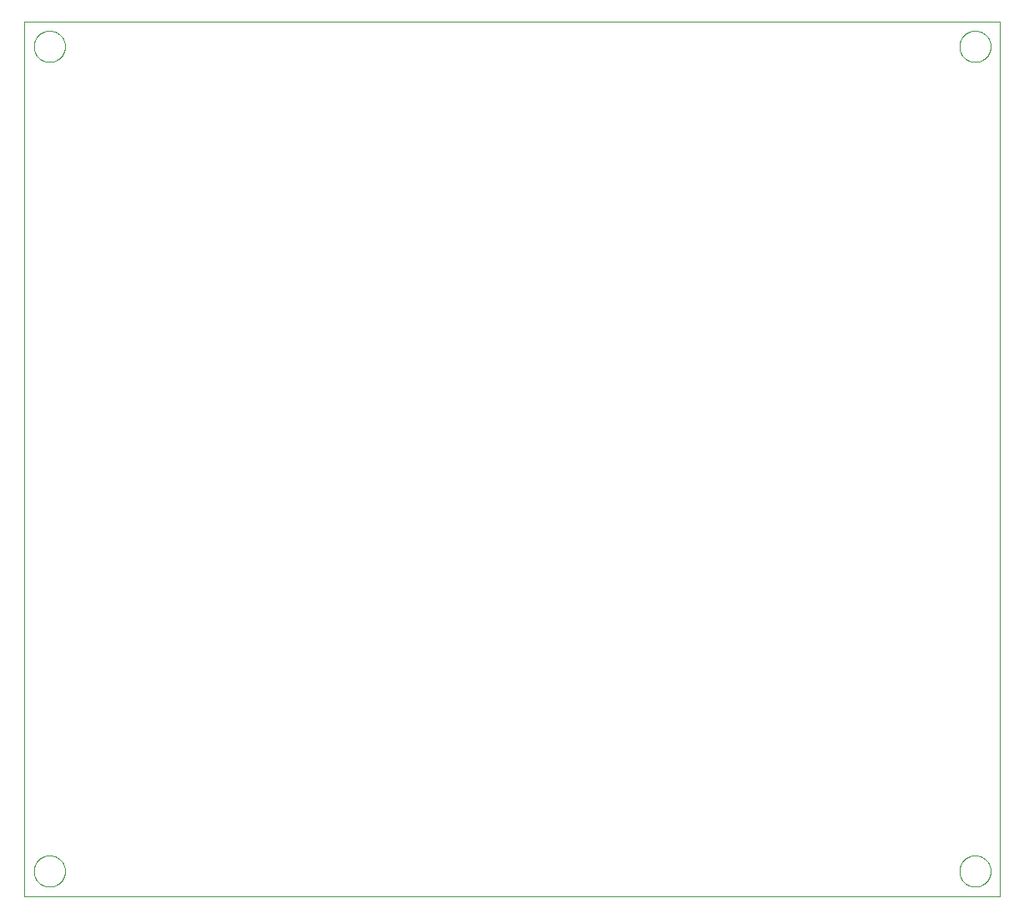
<source format=gko>
G75*
%MOIN*%
%OFA0B0*%
%FSLAX25Y25*%
%IPPOS*%
%LPD*%
%AMOC8*
5,1,8,0,0,1.08239X$1,22.5*
%
%ADD10C,0.00000*%
D10*
X0016300Y0011300D02*
X0016300Y0361300D01*
X0406300Y0361300D01*
X0406300Y0011300D01*
X0016300Y0011300D01*
X0020050Y0021300D02*
X0020052Y0021458D01*
X0020058Y0021615D01*
X0020068Y0021773D01*
X0020082Y0021930D01*
X0020100Y0022086D01*
X0020121Y0022243D01*
X0020147Y0022398D01*
X0020177Y0022553D01*
X0020210Y0022707D01*
X0020248Y0022860D01*
X0020289Y0023013D01*
X0020334Y0023164D01*
X0020383Y0023314D01*
X0020436Y0023462D01*
X0020492Y0023610D01*
X0020553Y0023755D01*
X0020616Y0023900D01*
X0020684Y0024042D01*
X0020755Y0024183D01*
X0020829Y0024322D01*
X0020907Y0024459D01*
X0020989Y0024594D01*
X0021073Y0024727D01*
X0021162Y0024858D01*
X0021253Y0024986D01*
X0021348Y0025113D01*
X0021445Y0025236D01*
X0021546Y0025358D01*
X0021650Y0025476D01*
X0021757Y0025592D01*
X0021867Y0025705D01*
X0021979Y0025816D01*
X0022095Y0025923D01*
X0022213Y0026028D01*
X0022333Y0026130D01*
X0022456Y0026228D01*
X0022582Y0026324D01*
X0022710Y0026416D01*
X0022840Y0026505D01*
X0022972Y0026591D01*
X0023107Y0026673D01*
X0023244Y0026752D01*
X0023382Y0026827D01*
X0023522Y0026899D01*
X0023665Y0026967D01*
X0023808Y0027032D01*
X0023954Y0027093D01*
X0024101Y0027150D01*
X0024249Y0027204D01*
X0024399Y0027254D01*
X0024549Y0027300D01*
X0024701Y0027342D01*
X0024854Y0027381D01*
X0025008Y0027415D01*
X0025163Y0027446D01*
X0025318Y0027472D01*
X0025474Y0027495D01*
X0025631Y0027514D01*
X0025788Y0027529D01*
X0025945Y0027540D01*
X0026103Y0027547D01*
X0026261Y0027550D01*
X0026418Y0027549D01*
X0026576Y0027544D01*
X0026733Y0027535D01*
X0026891Y0027522D01*
X0027047Y0027505D01*
X0027204Y0027484D01*
X0027359Y0027460D01*
X0027514Y0027431D01*
X0027669Y0027398D01*
X0027822Y0027362D01*
X0027975Y0027321D01*
X0028126Y0027277D01*
X0028276Y0027229D01*
X0028425Y0027178D01*
X0028573Y0027122D01*
X0028719Y0027063D01*
X0028864Y0027000D01*
X0029007Y0026933D01*
X0029148Y0026863D01*
X0029287Y0026790D01*
X0029425Y0026713D01*
X0029561Y0026632D01*
X0029694Y0026548D01*
X0029825Y0026461D01*
X0029954Y0026370D01*
X0030081Y0026276D01*
X0030206Y0026179D01*
X0030327Y0026079D01*
X0030447Y0025976D01*
X0030563Y0025870D01*
X0030677Y0025761D01*
X0030789Y0025649D01*
X0030897Y0025535D01*
X0031002Y0025417D01*
X0031105Y0025297D01*
X0031204Y0025175D01*
X0031300Y0025050D01*
X0031393Y0024922D01*
X0031483Y0024793D01*
X0031569Y0024661D01*
X0031653Y0024527D01*
X0031732Y0024391D01*
X0031809Y0024253D01*
X0031881Y0024113D01*
X0031950Y0023971D01*
X0032016Y0023828D01*
X0032078Y0023683D01*
X0032136Y0023536D01*
X0032191Y0023388D01*
X0032242Y0023239D01*
X0032289Y0023088D01*
X0032332Y0022937D01*
X0032371Y0022784D01*
X0032407Y0022630D01*
X0032438Y0022476D01*
X0032466Y0022321D01*
X0032490Y0022165D01*
X0032510Y0022008D01*
X0032526Y0021851D01*
X0032538Y0021694D01*
X0032546Y0021537D01*
X0032550Y0021379D01*
X0032550Y0021221D01*
X0032546Y0021063D01*
X0032538Y0020906D01*
X0032526Y0020749D01*
X0032510Y0020592D01*
X0032490Y0020435D01*
X0032466Y0020279D01*
X0032438Y0020124D01*
X0032407Y0019970D01*
X0032371Y0019816D01*
X0032332Y0019663D01*
X0032289Y0019512D01*
X0032242Y0019361D01*
X0032191Y0019212D01*
X0032136Y0019064D01*
X0032078Y0018917D01*
X0032016Y0018772D01*
X0031950Y0018629D01*
X0031881Y0018487D01*
X0031809Y0018347D01*
X0031732Y0018209D01*
X0031653Y0018073D01*
X0031569Y0017939D01*
X0031483Y0017807D01*
X0031393Y0017678D01*
X0031300Y0017550D01*
X0031204Y0017425D01*
X0031105Y0017303D01*
X0031002Y0017183D01*
X0030897Y0017065D01*
X0030789Y0016951D01*
X0030677Y0016839D01*
X0030563Y0016730D01*
X0030447Y0016624D01*
X0030327Y0016521D01*
X0030206Y0016421D01*
X0030081Y0016324D01*
X0029954Y0016230D01*
X0029825Y0016139D01*
X0029694Y0016052D01*
X0029561Y0015968D01*
X0029425Y0015887D01*
X0029287Y0015810D01*
X0029148Y0015737D01*
X0029007Y0015667D01*
X0028864Y0015600D01*
X0028719Y0015537D01*
X0028573Y0015478D01*
X0028425Y0015422D01*
X0028276Y0015371D01*
X0028126Y0015323D01*
X0027975Y0015279D01*
X0027822Y0015238D01*
X0027669Y0015202D01*
X0027514Y0015169D01*
X0027359Y0015140D01*
X0027204Y0015116D01*
X0027047Y0015095D01*
X0026891Y0015078D01*
X0026733Y0015065D01*
X0026576Y0015056D01*
X0026418Y0015051D01*
X0026261Y0015050D01*
X0026103Y0015053D01*
X0025945Y0015060D01*
X0025788Y0015071D01*
X0025631Y0015086D01*
X0025474Y0015105D01*
X0025318Y0015128D01*
X0025163Y0015154D01*
X0025008Y0015185D01*
X0024854Y0015219D01*
X0024701Y0015258D01*
X0024549Y0015300D01*
X0024399Y0015346D01*
X0024249Y0015396D01*
X0024101Y0015450D01*
X0023954Y0015507D01*
X0023808Y0015568D01*
X0023665Y0015633D01*
X0023522Y0015701D01*
X0023382Y0015773D01*
X0023244Y0015848D01*
X0023107Y0015927D01*
X0022972Y0016009D01*
X0022840Y0016095D01*
X0022710Y0016184D01*
X0022582Y0016276D01*
X0022456Y0016372D01*
X0022333Y0016470D01*
X0022213Y0016572D01*
X0022095Y0016677D01*
X0021979Y0016784D01*
X0021867Y0016895D01*
X0021757Y0017008D01*
X0021650Y0017124D01*
X0021546Y0017242D01*
X0021445Y0017364D01*
X0021348Y0017487D01*
X0021253Y0017614D01*
X0021162Y0017742D01*
X0021073Y0017873D01*
X0020989Y0018006D01*
X0020907Y0018141D01*
X0020829Y0018278D01*
X0020755Y0018417D01*
X0020684Y0018558D01*
X0020616Y0018700D01*
X0020553Y0018845D01*
X0020492Y0018990D01*
X0020436Y0019138D01*
X0020383Y0019286D01*
X0020334Y0019436D01*
X0020289Y0019587D01*
X0020248Y0019740D01*
X0020210Y0019893D01*
X0020177Y0020047D01*
X0020147Y0020202D01*
X0020121Y0020357D01*
X0020100Y0020514D01*
X0020082Y0020670D01*
X0020068Y0020827D01*
X0020058Y0020985D01*
X0020052Y0021142D01*
X0020050Y0021300D01*
X0020050Y0351300D02*
X0020052Y0351458D01*
X0020058Y0351615D01*
X0020068Y0351773D01*
X0020082Y0351930D01*
X0020100Y0352086D01*
X0020121Y0352243D01*
X0020147Y0352398D01*
X0020177Y0352553D01*
X0020210Y0352707D01*
X0020248Y0352860D01*
X0020289Y0353013D01*
X0020334Y0353164D01*
X0020383Y0353314D01*
X0020436Y0353462D01*
X0020492Y0353610D01*
X0020553Y0353755D01*
X0020616Y0353900D01*
X0020684Y0354042D01*
X0020755Y0354183D01*
X0020829Y0354322D01*
X0020907Y0354459D01*
X0020989Y0354594D01*
X0021073Y0354727D01*
X0021162Y0354858D01*
X0021253Y0354986D01*
X0021348Y0355113D01*
X0021445Y0355236D01*
X0021546Y0355358D01*
X0021650Y0355476D01*
X0021757Y0355592D01*
X0021867Y0355705D01*
X0021979Y0355816D01*
X0022095Y0355923D01*
X0022213Y0356028D01*
X0022333Y0356130D01*
X0022456Y0356228D01*
X0022582Y0356324D01*
X0022710Y0356416D01*
X0022840Y0356505D01*
X0022972Y0356591D01*
X0023107Y0356673D01*
X0023244Y0356752D01*
X0023382Y0356827D01*
X0023522Y0356899D01*
X0023665Y0356967D01*
X0023808Y0357032D01*
X0023954Y0357093D01*
X0024101Y0357150D01*
X0024249Y0357204D01*
X0024399Y0357254D01*
X0024549Y0357300D01*
X0024701Y0357342D01*
X0024854Y0357381D01*
X0025008Y0357415D01*
X0025163Y0357446D01*
X0025318Y0357472D01*
X0025474Y0357495D01*
X0025631Y0357514D01*
X0025788Y0357529D01*
X0025945Y0357540D01*
X0026103Y0357547D01*
X0026261Y0357550D01*
X0026418Y0357549D01*
X0026576Y0357544D01*
X0026733Y0357535D01*
X0026891Y0357522D01*
X0027047Y0357505D01*
X0027204Y0357484D01*
X0027359Y0357460D01*
X0027514Y0357431D01*
X0027669Y0357398D01*
X0027822Y0357362D01*
X0027975Y0357321D01*
X0028126Y0357277D01*
X0028276Y0357229D01*
X0028425Y0357178D01*
X0028573Y0357122D01*
X0028719Y0357063D01*
X0028864Y0357000D01*
X0029007Y0356933D01*
X0029148Y0356863D01*
X0029287Y0356790D01*
X0029425Y0356713D01*
X0029561Y0356632D01*
X0029694Y0356548D01*
X0029825Y0356461D01*
X0029954Y0356370D01*
X0030081Y0356276D01*
X0030206Y0356179D01*
X0030327Y0356079D01*
X0030447Y0355976D01*
X0030563Y0355870D01*
X0030677Y0355761D01*
X0030789Y0355649D01*
X0030897Y0355535D01*
X0031002Y0355417D01*
X0031105Y0355297D01*
X0031204Y0355175D01*
X0031300Y0355050D01*
X0031393Y0354922D01*
X0031483Y0354793D01*
X0031569Y0354661D01*
X0031653Y0354527D01*
X0031732Y0354391D01*
X0031809Y0354253D01*
X0031881Y0354113D01*
X0031950Y0353971D01*
X0032016Y0353828D01*
X0032078Y0353683D01*
X0032136Y0353536D01*
X0032191Y0353388D01*
X0032242Y0353239D01*
X0032289Y0353088D01*
X0032332Y0352937D01*
X0032371Y0352784D01*
X0032407Y0352630D01*
X0032438Y0352476D01*
X0032466Y0352321D01*
X0032490Y0352165D01*
X0032510Y0352008D01*
X0032526Y0351851D01*
X0032538Y0351694D01*
X0032546Y0351537D01*
X0032550Y0351379D01*
X0032550Y0351221D01*
X0032546Y0351063D01*
X0032538Y0350906D01*
X0032526Y0350749D01*
X0032510Y0350592D01*
X0032490Y0350435D01*
X0032466Y0350279D01*
X0032438Y0350124D01*
X0032407Y0349970D01*
X0032371Y0349816D01*
X0032332Y0349663D01*
X0032289Y0349512D01*
X0032242Y0349361D01*
X0032191Y0349212D01*
X0032136Y0349064D01*
X0032078Y0348917D01*
X0032016Y0348772D01*
X0031950Y0348629D01*
X0031881Y0348487D01*
X0031809Y0348347D01*
X0031732Y0348209D01*
X0031653Y0348073D01*
X0031569Y0347939D01*
X0031483Y0347807D01*
X0031393Y0347678D01*
X0031300Y0347550D01*
X0031204Y0347425D01*
X0031105Y0347303D01*
X0031002Y0347183D01*
X0030897Y0347065D01*
X0030789Y0346951D01*
X0030677Y0346839D01*
X0030563Y0346730D01*
X0030447Y0346624D01*
X0030327Y0346521D01*
X0030206Y0346421D01*
X0030081Y0346324D01*
X0029954Y0346230D01*
X0029825Y0346139D01*
X0029694Y0346052D01*
X0029561Y0345968D01*
X0029425Y0345887D01*
X0029287Y0345810D01*
X0029148Y0345737D01*
X0029007Y0345667D01*
X0028864Y0345600D01*
X0028719Y0345537D01*
X0028573Y0345478D01*
X0028425Y0345422D01*
X0028276Y0345371D01*
X0028126Y0345323D01*
X0027975Y0345279D01*
X0027822Y0345238D01*
X0027669Y0345202D01*
X0027514Y0345169D01*
X0027359Y0345140D01*
X0027204Y0345116D01*
X0027047Y0345095D01*
X0026891Y0345078D01*
X0026733Y0345065D01*
X0026576Y0345056D01*
X0026418Y0345051D01*
X0026261Y0345050D01*
X0026103Y0345053D01*
X0025945Y0345060D01*
X0025788Y0345071D01*
X0025631Y0345086D01*
X0025474Y0345105D01*
X0025318Y0345128D01*
X0025163Y0345154D01*
X0025008Y0345185D01*
X0024854Y0345219D01*
X0024701Y0345258D01*
X0024549Y0345300D01*
X0024399Y0345346D01*
X0024249Y0345396D01*
X0024101Y0345450D01*
X0023954Y0345507D01*
X0023808Y0345568D01*
X0023665Y0345633D01*
X0023522Y0345701D01*
X0023382Y0345773D01*
X0023244Y0345848D01*
X0023107Y0345927D01*
X0022972Y0346009D01*
X0022840Y0346095D01*
X0022710Y0346184D01*
X0022582Y0346276D01*
X0022456Y0346372D01*
X0022333Y0346470D01*
X0022213Y0346572D01*
X0022095Y0346677D01*
X0021979Y0346784D01*
X0021867Y0346895D01*
X0021757Y0347008D01*
X0021650Y0347124D01*
X0021546Y0347242D01*
X0021445Y0347364D01*
X0021348Y0347487D01*
X0021253Y0347614D01*
X0021162Y0347742D01*
X0021073Y0347873D01*
X0020989Y0348006D01*
X0020907Y0348141D01*
X0020829Y0348278D01*
X0020755Y0348417D01*
X0020684Y0348558D01*
X0020616Y0348700D01*
X0020553Y0348845D01*
X0020492Y0348990D01*
X0020436Y0349138D01*
X0020383Y0349286D01*
X0020334Y0349436D01*
X0020289Y0349587D01*
X0020248Y0349740D01*
X0020210Y0349893D01*
X0020177Y0350047D01*
X0020147Y0350202D01*
X0020121Y0350357D01*
X0020100Y0350514D01*
X0020082Y0350670D01*
X0020068Y0350827D01*
X0020058Y0350985D01*
X0020052Y0351142D01*
X0020050Y0351300D01*
X0390050Y0351300D02*
X0390052Y0351458D01*
X0390058Y0351615D01*
X0390068Y0351773D01*
X0390082Y0351930D01*
X0390100Y0352086D01*
X0390121Y0352243D01*
X0390147Y0352398D01*
X0390177Y0352553D01*
X0390210Y0352707D01*
X0390248Y0352860D01*
X0390289Y0353013D01*
X0390334Y0353164D01*
X0390383Y0353314D01*
X0390436Y0353462D01*
X0390492Y0353610D01*
X0390553Y0353755D01*
X0390616Y0353900D01*
X0390684Y0354042D01*
X0390755Y0354183D01*
X0390829Y0354322D01*
X0390907Y0354459D01*
X0390989Y0354594D01*
X0391073Y0354727D01*
X0391162Y0354858D01*
X0391253Y0354986D01*
X0391348Y0355113D01*
X0391445Y0355236D01*
X0391546Y0355358D01*
X0391650Y0355476D01*
X0391757Y0355592D01*
X0391867Y0355705D01*
X0391979Y0355816D01*
X0392095Y0355923D01*
X0392213Y0356028D01*
X0392333Y0356130D01*
X0392456Y0356228D01*
X0392582Y0356324D01*
X0392710Y0356416D01*
X0392840Y0356505D01*
X0392972Y0356591D01*
X0393107Y0356673D01*
X0393244Y0356752D01*
X0393382Y0356827D01*
X0393522Y0356899D01*
X0393665Y0356967D01*
X0393808Y0357032D01*
X0393954Y0357093D01*
X0394101Y0357150D01*
X0394249Y0357204D01*
X0394399Y0357254D01*
X0394549Y0357300D01*
X0394701Y0357342D01*
X0394854Y0357381D01*
X0395008Y0357415D01*
X0395163Y0357446D01*
X0395318Y0357472D01*
X0395474Y0357495D01*
X0395631Y0357514D01*
X0395788Y0357529D01*
X0395945Y0357540D01*
X0396103Y0357547D01*
X0396261Y0357550D01*
X0396418Y0357549D01*
X0396576Y0357544D01*
X0396733Y0357535D01*
X0396891Y0357522D01*
X0397047Y0357505D01*
X0397204Y0357484D01*
X0397359Y0357460D01*
X0397514Y0357431D01*
X0397669Y0357398D01*
X0397822Y0357362D01*
X0397975Y0357321D01*
X0398126Y0357277D01*
X0398276Y0357229D01*
X0398425Y0357178D01*
X0398573Y0357122D01*
X0398719Y0357063D01*
X0398864Y0357000D01*
X0399007Y0356933D01*
X0399148Y0356863D01*
X0399287Y0356790D01*
X0399425Y0356713D01*
X0399561Y0356632D01*
X0399694Y0356548D01*
X0399825Y0356461D01*
X0399954Y0356370D01*
X0400081Y0356276D01*
X0400206Y0356179D01*
X0400327Y0356079D01*
X0400447Y0355976D01*
X0400563Y0355870D01*
X0400677Y0355761D01*
X0400789Y0355649D01*
X0400897Y0355535D01*
X0401002Y0355417D01*
X0401105Y0355297D01*
X0401204Y0355175D01*
X0401300Y0355050D01*
X0401393Y0354922D01*
X0401483Y0354793D01*
X0401569Y0354661D01*
X0401653Y0354527D01*
X0401732Y0354391D01*
X0401809Y0354253D01*
X0401881Y0354113D01*
X0401950Y0353971D01*
X0402016Y0353828D01*
X0402078Y0353683D01*
X0402136Y0353536D01*
X0402191Y0353388D01*
X0402242Y0353239D01*
X0402289Y0353088D01*
X0402332Y0352937D01*
X0402371Y0352784D01*
X0402407Y0352630D01*
X0402438Y0352476D01*
X0402466Y0352321D01*
X0402490Y0352165D01*
X0402510Y0352008D01*
X0402526Y0351851D01*
X0402538Y0351694D01*
X0402546Y0351537D01*
X0402550Y0351379D01*
X0402550Y0351221D01*
X0402546Y0351063D01*
X0402538Y0350906D01*
X0402526Y0350749D01*
X0402510Y0350592D01*
X0402490Y0350435D01*
X0402466Y0350279D01*
X0402438Y0350124D01*
X0402407Y0349970D01*
X0402371Y0349816D01*
X0402332Y0349663D01*
X0402289Y0349512D01*
X0402242Y0349361D01*
X0402191Y0349212D01*
X0402136Y0349064D01*
X0402078Y0348917D01*
X0402016Y0348772D01*
X0401950Y0348629D01*
X0401881Y0348487D01*
X0401809Y0348347D01*
X0401732Y0348209D01*
X0401653Y0348073D01*
X0401569Y0347939D01*
X0401483Y0347807D01*
X0401393Y0347678D01*
X0401300Y0347550D01*
X0401204Y0347425D01*
X0401105Y0347303D01*
X0401002Y0347183D01*
X0400897Y0347065D01*
X0400789Y0346951D01*
X0400677Y0346839D01*
X0400563Y0346730D01*
X0400447Y0346624D01*
X0400327Y0346521D01*
X0400206Y0346421D01*
X0400081Y0346324D01*
X0399954Y0346230D01*
X0399825Y0346139D01*
X0399694Y0346052D01*
X0399561Y0345968D01*
X0399425Y0345887D01*
X0399287Y0345810D01*
X0399148Y0345737D01*
X0399007Y0345667D01*
X0398864Y0345600D01*
X0398719Y0345537D01*
X0398573Y0345478D01*
X0398425Y0345422D01*
X0398276Y0345371D01*
X0398126Y0345323D01*
X0397975Y0345279D01*
X0397822Y0345238D01*
X0397669Y0345202D01*
X0397514Y0345169D01*
X0397359Y0345140D01*
X0397204Y0345116D01*
X0397047Y0345095D01*
X0396891Y0345078D01*
X0396733Y0345065D01*
X0396576Y0345056D01*
X0396418Y0345051D01*
X0396261Y0345050D01*
X0396103Y0345053D01*
X0395945Y0345060D01*
X0395788Y0345071D01*
X0395631Y0345086D01*
X0395474Y0345105D01*
X0395318Y0345128D01*
X0395163Y0345154D01*
X0395008Y0345185D01*
X0394854Y0345219D01*
X0394701Y0345258D01*
X0394549Y0345300D01*
X0394399Y0345346D01*
X0394249Y0345396D01*
X0394101Y0345450D01*
X0393954Y0345507D01*
X0393808Y0345568D01*
X0393665Y0345633D01*
X0393522Y0345701D01*
X0393382Y0345773D01*
X0393244Y0345848D01*
X0393107Y0345927D01*
X0392972Y0346009D01*
X0392840Y0346095D01*
X0392710Y0346184D01*
X0392582Y0346276D01*
X0392456Y0346372D01*
X0392333Y0346470D01*
X0392213Y0346572D01*
X0392095Y0346677D01*
X0391979Y0346784D01*
X0391867Y0346895D01*
X0391757Y0347008D01*
X0391650Y0347124D01*
X0391546Y0347242D01*
X0391445Y0347364D01*
X0391348Y0347487D01*
X0391253Y0347614D01*
X0391162Y0347742D01*
X0391073Y0347873D01*
X0390989Y0348006D01*
X0390907Y0348141D01*
X0390829Y0348278D01*
X0390755Y0348417D01*
X0390684Y0348558D01*
X0390616Y0348700D01*
X0390553Y0348845D01*
X0390492Y0348990D01*
X0390436Y0349138D01*
X0390383Y0349286D01*
X0390334Y0349436D01*
X0390289Y0349587D01*
X0390248Y0349740D01*
X0390210Y0349893D01*
X0390177Y0350047D01*
X0390147Y0350202D01*
X0390121Y0350357D01*
X0390100Y0350514D01*
X0390082Y0350670D01*
X0390068Y0350827D01*
X0390058Y0350985D01*
X0390052Y0351142D01*
X0390050Y0351300D01*
X0390050Y0021300D02*
X0390052Y0021458D01*
X0390058Y0021615D01*
X0390068Y0021773D01*
X0390082Y0021930D01*
X0390100Y0022086D01*
X0390121Y0022243D01*
X0390147Y0022398D01*
X0390177Y0022553D01*
X0390210Y0022707D01*
X0390248Y0022860D01*
X0390289Y0023013D01*
X0390334Y0023164D01*
X0390383Y0023314D01*
X0390436Y0023462D01*
X0390492Y0023610D01*
X0390553Y0023755D01*
X0390616Y0023900D01*
X0390684Y0024042D01*
X0390755Y0024183D01*
X0390829Y0024322D01*
X0390907Y0024459D01*
X0390989Y0024594D01*
X0391073Y0024727D01*
X0391162Y0024858D01*
X0391253Y0024986D01*
X0391348Y0025113D01*
X0391445Y0025236D01*
X0391546Y0025358D01*
X0391650Y0025476D01*
X0391757Y0025592D01*
X0391867Y0025705D01*
X0391979Y0025816D01*
X0392095Y0025923D01*
X0392213Y0026028D01*
X0392333Y0026130D01*
X0392456Y0026228D01*
X0392582Y0026324D01*
X0392710Y0026416D01*
X0392840Y0026505D01*
X0392972Y0026591D01*
X0393107Y0026673D01*
X0393244Y0026752D01*
X0393382Y0026827D01*
X0393522Y0026899D01*
X0393665Y0026967D01*
X0393808Y0027032D01*
X0393954Y0027093D01*
X0394101Y0027150D01*
X0394249Y0027204D01*
X0394399Y0027254D01*
X0394549Y0027300D01*
X0394701Y0027342D01*
X0394854Y0027381D01*
X0395008Y0027415D01*
X0395163Y0027446D01*
X0395318Y0027472D01*
X0395474Y0027495D01*
X0395631Y0027514D01*
X0395788Y0027529D01*
X0395945Y0027540D01*
X0396103Y0027547D01*
X0396261Y0027550D01*
X0396418Y0027549D01*
X0396576Y0027544D01*
X0396733Y0027535D01*
X0396891Y0027522D01*
X0397047Y0027505D01*
X0397204Y0027484D01*
X0397359Y0027460D01*
X0397514Y0027431D01*
X0397669Y0027398D01*
X0397822Y0027362D01*
X0397975Y0027321D01*
X0398126Y0027277D01*
X0398276Y0027229D01*
X0398425Y0027178D01*
X0398573Y0027122D01*
X0398719Y0027063D01*
X0398864Y0027000D01*
X0399007Y0026933D01*
X0399148Y0026863D01*
X0399287Y0026790D01*
X0399425Y0026713D01*
X0399561Y0026632D01*
X0399694Y0026548D01*
X0399825Y0026461D01*
X0399954Y0026370D01*
X0400081Y0026276D01*
X0400206Y0026179D01*
X0400327Y0026079D01*
X0400447Y0025976D01*
X0400563Y0025870D01*
X0400677Y0025761D01*
X0400789Y0025649D01*
X0400897Y0025535D01*
X0401002Y0025417D01*
X0401105Y0025297D01*
X0401204Y0025175D01*
X0401300Y0025050D01*
X0401393Y0024922D01*
X0401483Y0024793D01*
X0401569Y0024661D01*
X0401653Y0024527D01*
X0401732Y0024391D01*
X0401809Y0024253D01*
X0401881Y0024113D01*
X0401950Y0023971D01*
X0402016Y0023828D01*
X0402078Y0023683D01*
X0402136Y0023536D01*
X0402191Y0023388D01*
X0402242Y0023239D01*
X0402289Y0023088D01*
X0402332Y0022937D01*
X0402371Y0022784D01*
X0402407Y0022630D01*
X0402438Y0022476D01*
X0402466Y0022321D01*
X0402490Y0022165D01*
X0402510Y0022008D01*
X0402526Y0021851D01*
X0402538Y0021694D01*
X0402546Y0021537D01*
X0402550Y0021379D01*
X0402550Y0021221D01*
X0402546Y0021063D01*
X0402538Y0020906D01*
X0402526Y0020749D01*
X0402510Y0020592D01*
X0402490Y0020435D01*
X0402466Y0020279D01*
X0402438Y0020124D01*
X0402407Y0019970D01*
X0402371Y0019816D01*
X0402332Y0019663D01*
X0402289Y0019512D01*
X0402242Y0019361D01*
X0402191Y0019212D01*
X0402136Y0019064D01*
X0402078Y0018917D01*
X0402016Y0018772D01*
X0401950Y0018629D01*
X0401881Y0018487D01*
X0401809Y0018347D01*
X0401732Y0018209D01*
X0401653Y0018073D01*
X0401569Y0017939D01*
X0401483Y0017807D01*
X0401393Y0017678D01*
X0401300Y0017550D01*
X0401204Y0017425D01*
X0401105Y0017303D01*
X0401002Y0017183D01*
X0400897Y0017065D01*
X0400789Y0016951D01*
X0400677Y0016839D01*
X0400563Y0016730D01*
X0400447Y0016624D01*
X0400327Y0016521D01*
X0400206Y0016421D01*
X0400081Y0016324D01*
X0399954Y0016230D01*
X0399825Y0016139D01*
X0399694Y0016052D01*
X0399561Y0015968D01*
X0399425Y0015887D01*
X0399287Y0015810D01*
X0399148Y0015737D01*
X0399007Y0015667D01*
X0398864Y0015600D01*
X0398719Y0015537D01*
X0398573Y0015478D01*
X0398425Y0015422D01*
X0398276Y0015371D01*
X0398126Y0015323D01*
X0397975Y0015279D01*
X0397822Y0015238D01*
X0397669Y0015202D01*
X0397514Y0015169D01*
X0397359Y0015140D01*
X0397204Y0015116D01*
X0397047Y0015095D01*
X0396891Y0015078D01*
X0396733Y0015065D01*
X0396576Y0015056D01*
X0396418Y0015051D01*
X0396261Y0015050D01*
X0396103Y0015053D01*
X0395945Y0015060D01*
X0395788Y0015071D01*
X0395631Y0015086D01*
X0395474Y0015105D01*
X0395318Y0015128D01*
X0395163Y0015154D01*
X0395008Y0015185D01*
X0394854Y0015219D01*
X0394701Y0015258D01*
X0394549Y0015300D01*
X0394399Y0015346D01*
X0394249Y0015396D01*
X0394101Y0015450D01*
X0393954Y0015507D01*
X0393808Y0015568D01*
X0393665Y0015633D01*
X0393522Y0015701D01*
X0393382Y0015773D01*
X0393244Y0015848D01*
X0393107Y0015927D01*
X0392972Y0016009D01*
X0392840Y0016095D01*
X0392710Y0016184D01*
X0392582Y0016276D01*
X0392456Y0016372D01*
X0392333Y0016470D01*
X0392213Y0016572D01*
X0392095Y0016677D01*
X0391979Y0016784D01*
X0391867Y0016895D01*
X0391757Y0017008D01*
X0391650Y0017124D01*
X0391546Y0017242D01*
X0391445Y0017364D01*
X0391348Y0017487D01*
X0391253Y0017614D01*
X0391162Y0017742D01*
X0391073Y0017873D01*
X0390989Y0018006D01*
X0390907Y0018141D01*
X0390829Y0018278D01*
X0390755Y0018417D01*
X0390684Y0018558D01*
X0390616Y0018700D01*
X0390553Y0018845D01*
X0390492Y0018990D01*
X0390436Y0019138D01*
X0390383Y0019286D01*
X0390334Y0019436D01*
X0390289Y0019587D01*
X0390248Y0019740D01*
X0390210Y0019893D01*
X0390177Y0020047D01*
X0390147Y0020202D01*
X0390121Y0020357D01*
X0390100Y0020514D01*
X0390082Y0020670D01*
X0390068Y0020827D01*
X0390058Y0020985D01*
X0390052Y0021142D01*
X0390050Y0021300D01*
M02*

</source>
